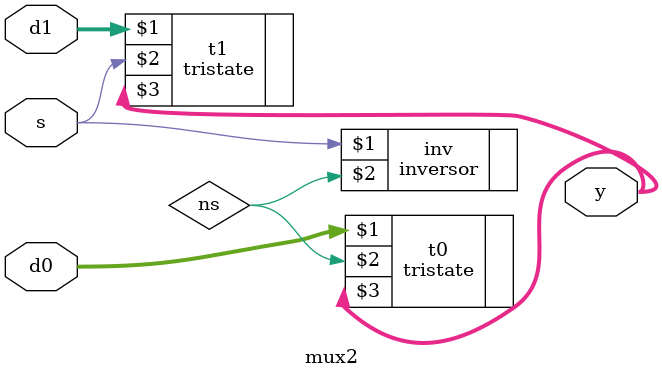
<source format=sv>
module mux2(input logic [4:0]d1, input logic [4:0]d0, input logic s, output tri [4:0]y);
 
 logic ns;
 
 tristate t0(d0, ns, y);
 tristate t1(d1, s, y);
 inversor inv(s, ns);
 
endmodule


</source>
